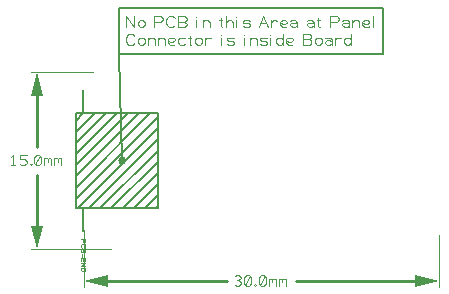
<source format=gbr>
G04 GENERATED BY PULSONIX 7.0 GERBER.DLL 4573*
%INI2C_TO_USB_BRIDGE_V1_0_2*%
%LNGERBER_DOCUMENTATION*%
%FSLAX33Y33*%
%IPPOS*%
%LPD*%
%OFA0B0*%
%MOMM*%
%ADD10C,0.051*%
%ADD15C,0.125*%
%ADD17C,0.200*%
%ADD146C,0.250*%
%ADD394C,0.001*%
%ADD1154C,0.050*%
X0Y0D02*
D02*
D10*
X114577Y119274D02*
X114935Y119274D01*
Y119065*
X114905Y119005*
X114846Y118975*
X114786Y119005*
X114756Y119065*
Y119274*
X114636Y118564D02*
X114606Y118593D01*
X114577Y118653*
Y118743*
X114606Y118803*
X114636Y118833*
X114696Y118862*
X114816*
X114875Y118833*
X114905Y118803*
X114935Y118743*
Y118653*
X114905Y118593*
X114875Y118564*
X114756Y118242D02*
X114726Y118182D01*
X114666Y118152*
X114606Y118182*
X114577Y118242*
Y118451*
X114935*
Y118242*
X114905Y118182*
X114846Y118152*
X114786Y118182*
X114756Y118242*
Y118451*
X114696Y118039D02*
X114696Y117800D01*
X114577Y117694D02*
X114935Y117694D01*
Y117395*
X114756Y117455D02*
X114756Y117694D01*
X114577D02*
X114577Y117395D01*
Y117283D02*
X114935Y117283D01*
X114577Y116984*
X114935*
X114577Y116871D02*
X114935Y116871D01*
Y116692*
X114905Y116632*
X114875Y116602*
X114816Y116572*
X114696*
X114636Y116602*
X114606Y116632*
X114577Y116692*
Y116871*
D02*
D15*
X108681Y125523D02*
X108976Y125523D01*
X108829D02*
X108829Y126405D01*
X108681Y126258*
X109384Y125597D02*
X109531Y125523D01*
X109752*
X109899Y125597*
X109973Y125744*
Y125817*
X109899Y125964*
X109752Y126038*
X109384*
Y126405*
X109973*
X110308Y125523D02*
X110381Y125597D01*
X110308Y125670*
X110234Y125597*
X110308Y125523*
X110695Y125597D02*
X110842Y125523D01*
X110990*
X111137Y125597*
X111210Y125744*
Y126185*
X111137Y126332*
X110990Y126405*
X110842*
X110695Y126332*
X110622Y126185*
Y125744*
X110695Y125597*
X111137Y126332*
X111472Y125523D02*
X111472Y126111D01*
Y126038D02*
X111545Y126111D01*
X111692*
X111766Y126038*
Y125817*
Y126038D02*
X111840Y126111D01*
X111987*
X112060Y126038*
Y125523*
X112322D02*
X112322Y126111D01*
Y126038D02*
X112395Y126111D01*
X112542*
X112616Y126038*
Y125817*
Y126038D02*
X112690Y126111D01*
X112837*
X112910Y126038*
Y125523*
X118353Y137248D02*
X118353Y138130D01*
X119088Y137248*
Y138130*
X119366Y137469D02*
X119439Y137322D01*
X119586Y137248*
X119733*
X119880Y137322*
X119954Y137469*
Y137616*
X119880Y137763*
X119733Y137836*
X119586*
X119439Y137763*
X119366Y137616*
Y137469*
X120753Y137248D02*
X120753Y138130D01*
X121268*
X121415Y138057*
X121488Y137910*
X121415Y137763*
X121268Y137689*
X120753*
X122501Y137395D02*
X122427Y137322D01*
X122280Y137248*
X122060*
X121913Y137322*
X121839Y137395*
X121766Y137542*
Y137836*
X121839Y137983*
X121913Y138057*
X122060Y138130*
X122280*
X122427Y138057*
X122501Y137983*
X123293Y137689D02*
X123440Y137616D01*
X123513Y137469*
X123440Y137322*
X123293Y137248*
X122778*
Y138130*
X123293*
X123440Y138057*
X123513Y137910*
X123440Y137763*
X123293Y137689*
X122778*
X124328Y137248D02*
X124328Y137836D01*
Y138057D02*
X124329Y138058D01*
X124866Y137248D02*
X124866Y137836D01*
Y137616D02*
X124939Y137763D01*
X125086Y137836*
X125233*
X125380Y137763*
X125454Y137616*
Y137248*
X126253Y137836D02*
X126547Y137836D01*
X126400Y137983D02*
X126400Y137322D01*
X126474Y137248*
X126547*
X126621Y137322*
X126878Y137248D02*
X126878Y138130D01*
Y137616D02*
X126952Y137763D01*
X127099Y137836*
X127246*
X127393Y137763*
X127466Y137616*
Y137248*
X127728D02*
X127728Y137836D01*
Y138057D02*
X127729Y138058D01*
X128266Y137322D02*
X128413Y137248D01*
X128707*
X128854Y137322*
Y137469*
X128707Y137542*
X128413*
X128266Y137616*
Y137763*
X128413Y137836*
X128707*
X128854Y137763*
X129653Y137248D02*
X130021Y138130D01*
X130388Y137248*
X129800Y137616D02*
X130241Y137616D01*
X130666Y137248D02*
X130666Y137836D01*
Y137616D02*
X130739Y137763D01*
X130886Y137836*
X131033*
X131180Y137763*
X132029Y137322D02*
X131955Y137248D01*
X131808*
X131661*
X131514Y137322*
X131441Y137469*
Y137689*
X131514Y137763*
X131661Y137836*
X131808*
X131955Y137763*
X132029Y137689*
Y137616*
X131955Y137542*
X131808Y137469*
X131661*
X131514Y137542*
X131441Y137616*
X132291Y137763D02*
X132438Y137836D01*
X132658*
X132805Y137763*
X132879Y137616*
Y137395*
X132805Y137322*
X132658Y137248*
X132511*
X132364Y137322*
X132291Y137395*
Y137469*
X132364Y137542*
X132511Y137616*
X132658*
X132805Y137542*
X132879Y137469*
Y137395D02*
X132879Y137248D01*
X133678Y137763D02*
X133825Y137836D01*
X134046*
X134193Y137763*
X134266Y137616*
Y137395*
X134193Y137322*
X134046Y137248*
X133899*
X133752Y137322*
X133678Y137395*
Y137469*
X133752Y137542*
X133899Y137616*
X134046*
X134193Y137542*
X134266Y137469*
Y137395D02*
X134266Y137248D01*
X134528Y137836D02*
X134822Y137836D01*
X134675Y137983D02*
X134675Y137322D01*
X134749Y137248*
X134822*
X134896Y137322*
X135691Y137248D02*
X135691Y138130D01*
X136205*
X136352Y138057*
X136426Y137910*
X136352Y137763*
X136205Y137689*
X135691*
X136703Y137763D02*
X136850Y137836D01*
X137071*
X137218Y137763*
X137291Y137616*
Y137395*
X137218Y137322*
X137071Y137248*
X136924*
X136777Y137322*
X136703Y137395*
Y137469*
X136777Y137542*
X136924Y137616*
X137071*
X137218Y137542*
X137291Y137469*
Y137395D02*
X137291Y137248D01*
X137553D02*
X137553Y137836D01*
Y137616D02*
X137627Y137763D01*
X137774Y137836*
X137921*
X138068Y137763*
X138141Y137616*
Y137248*
X138991Y137322D02*
X138918Y137248D01*
X138771*
X138624*
X138477Y137322*
X138403Y137469*
Y137689*
X138477Y137763*
X138624Y137836*
X138771*
X138918Y137763*
X138991Y137689*
Y137616*
X138918Y137542*
X138771Y137469*
X138624*
X138477Y137542*
X138403Y137616*
X139327Y137248D02*
X139253Y137248D01*
Y138130*
X119088Y135895D02*
X119015Y135822D01*
X118868Y135748*
X118647*
X118500Y135822*
X118427Y135895*
X118353Y136042*
Y136336*
X118427Y136483*
X118500Y136557*
X118647Y136630*
X118868*
X119015Y136557*
X119088Y136483*
X119366Y135969D02*
X119439Y135822D01*
X119586Y135748*
X119733*
X119880Y135822*
X119954Y135969*
Y136116*
X119880Y136263*
X119733Y136336*
X119586*
X119439Y136263*
X119366Y136116*
Y135969*
X120216Y135748D02*
X120216Y136336D01*
Y136116D02*
X120289Y136263D01*
X120436Y136336*
X120583*
X120730Y136263*
X120804Y136116*
Y135748*
X121066D02*
X121066Y136336D01*
Y136116D02*
X121139Y136263D01*
X121286Y136336*
X121433*
X121580Y136263*
X121654Y136116*
Y135748*
X122504Y135822D02*
X122430Y135748D01*
X122283*
X122136*
X121989Y135822*
X121916Y135969*
Y136189*
X121989Y136263*
X122136Y136336*
X122283*
X122430Y136263*
X122504Y136189*
Y136116*
X122430Y136042*
X122283Y135969*
X122136*
X121989Y136042*
X121916Y136116*
X123354Y136263D02*
X123207Y136336D01*
X122986*
X122839Y136263*
X122766Y136116*
Y135969*
X122839Y135822*
X122986Y135748*
X123207*
X123354Y135822*
X123616Y136336D02*
X123910Y136336D01*
X123763Y136483D02*
X123763Y135822D01*
X123836Y135748*
X123910*
X123983Y135822*
X124241Y135969D02*
X124314Y135822D01*
X124461Y135748*
X124608*
X124755Y135822*
X124829Y135969*
Y136116*
X124755Y136263*
X124608Y136336*
X124461*
X124314Y136263*
X124241Y136116*
Y135969*
X125091Y135748D02*
X125091Y136336D01*
Y136116D02*
X125164Y136263D01*
X125311Y136336*
X125458*
X125605Y136263*
X126403Y135748D02*
X126403Y136336D01*
Y136557D02*
X126404Y136558D01*
X126941Y135822D02*
X127088Y135748D01*
X127382*
X127529Y135822*
Y135969*
X127382Y136042*
X127088*
X126941Y136116*
Y136263*
X127088Y136336*
X127382*
X127529Y136263*
X128328Y135748D02*
X128328Y136336D01*
Y136557D02*
X128329Y136558D01*
X128866Y135748D02*
X128866Y136336D01*
Y136116D02*
X128939Y136263D01*
X129086Y136336*
X129233*
X129380Y136263*
X129454Y136116*
Y135748*
X129716Y135822D02*
X129863Y135748D01*
X130157*
X130304Y135822*
Y135969*
X130157Y136042*
X129863*
X129716Y136116*
Y136263*
X129863Y136336*
X130157*
X130304Y136263*
X130566Y135748D02*
X130566Y136336D01*
Y136557D02*
X130567Y136558D01*
X131691Y136116D02*
X131618Y136263D01*
X131471Y136336*
X131324*
X131177Y136263*
X131103Y136116*
Y135969*
X131177Y135822*
X131324Y135748*
X131471*
X131618Y135822*
X131691Y135969*
Y135748D02*
X131691Y136630D01*
X132541Y135822D02*
X132468Y135748D01*
X132321*
X132174*
X132027Y135822*
X131953Y135969*
Y136189*
X132027Y136263*
X132174Y136336*
X132321*
X132468Y136263*
X132541Y136189*
Y136116*
X132468Y136042*
X132321Y135969*
X132174*
X132027Y136042*
X131953Y136116*
X133855Y136189D02*
X134002Y136116D01*
X134076Y135969*
X134002Y135822*
X133855Y135748*
X133341*
Y136630*
X133855*
X134002Y136557*
X134076Y136410*
X134002Y136263*
X133855Y136189*
X133341*
X134353Y135969D02*
X134427Y135822D01*
X134574Y135748*
X134721*
X134868Y135822*
X134941Y135969*
Y136116*
X134868Y136263*
X134721Y136336*
X134574*
X134427Y136263*
X134353Y136116*
Y135969*
X135203Y136263D02*
X135350Y136336D01*
X135571*
X135718Y136263*
X135791Y136116*
Y135895*
X135718Y135822*
X135571Y135748*
X135424*
X135277Y135822*
X135203Y135895*
Y135969*
X135277Y136042*
X135424Y136116*
X135571*
X135718Y136042*
X135791Y135969*
Y135895D02*
X135791Y135748D01*
X136053D02*
X136053Y136336D01*
Y136116D02*
X136127Y136263D01*
X136274Y136336*
X136421*
X136568Y136263*
X137416Y136116D02*
X137343Y136263D01*
X137196Y136336*
X137049*
X136902Y136263*
X136828Y136116*
Y135969*
X136902Y135822*
X137049Y135748*
X137196*
X137343Y135822*
X137416Y135969*
Y135748D02*
X137416Y136630D01*
X127608Y115417D02*
X127755Y115343D01*
X127902*
X128049Y115417*
X128123Y115564*
X128049Y115711*
X127902Y115784*
X127755*
X127902D02*
X128049Y115858D01*
X128123Y116005*
X128049Y116152*
X127902Y116225*
X127755*
X127608Y116152*
X128458Y115417D02*
X128605Y115343D01*
X128752*
X128899Y115417*
X128973Y115564*
Y116005*
X128899Y116152*
X128752Y116225*
X128605*
X128458Y116152*
X128384Y116005*
Y115564*
X128458Y115417*
X128899Y116152*
X129308Y115343D02*
X129381Y115417D01*
X129308Y115490*
X129234Y115417*
X129308Y115343*
X129695Y115417D02*
X129842Y115343D01*
X129990*
X130137Y115417*
X130210Y115564*
Y116005*
X130137Y116152*
X129990Y116225*
X129842*
X129695Y116152*
X129622Y116005*
Y115564*
X129695Y115417*
X130137Y116152*
X130472Y115343D02*
X130472Y115931D01*
Y115858D02*
X130545Y115931D01*
X130692*
X130766Y115858*
Y115637*
Y115858D02*
X130840Y115931D01*
X130987*
X131060Y115858*
Y115343*
X131322D02*
X131322Y115931D01*
Y115858D02*
X131395Y115931D01*
X131542*
X131616Y115858*
Y115637*
Y115858D02*
X131690Y115931D01*
X131837*
X131910Y115858*
Y115343*
D02*
D17*
X114153Y129928D02*
X121053D01*
Y121928*
X114153*
Y129928*
X120922Y121928D02*
X121053Y122058D01*
X119979Y121928D02*
X121053Y123001D01*
X119037Y121928D02*
X121053Y123944D01*
X118094Y121928D02*
X121053Y124887D01*
X117151Y121928D02*
X121053Y125830D01*
X116208Y121928D02*
X121053Y126773D01*
X115265Y121928D02*
X121053Y127715D01*
X114322Y121928D02*
X121053Y128658D01*
X114153Y122701D02*
X121053Y129601D01*
X114153Y123644D02*
X120437Y129928D01*
X114153Y124587D02*
X119494Y129928D01*
X114153Y125529D02*
X118551Y129928D01*
X114153Y126472D02*
X117608Y129928D01*
X114153Y127415D02*
X116666Y129928D01*
X114153Y128358D02*
X115723Y129928D01*
X114153Y129301D02*
X114780Y129928D01*
X114753Y131928D02*
Y129977D01*
X121053*
Y121878*
X114753*
Y119928*
X117791Y138840D02*
Y134965D01*
X140128*
Y138840*
X117791*
X117803Y125928D02*
G75*
G03X118303I250D01*
G01*
G75*
G03X117803I-250*
G01*
G36*
G75*
G03X118303I250*
G01*
G75*
G03X117803I-250*
G01*
G37*
X118053D02*
X117791Y134965D01*
D02*
D146*
X110853Y119428D02*
Y124740D01*
Y127115D02*
Y132428D01*
X115853Y115748D02*
X126972D01*
X132734D02*
X143853D01*
D02*
D394*
X110853Y118428D02*
G36*
X110353Y120428D01*
X111353*
X110853Y118428*
G37*
Y133428D02*
G36*
X111353Y131428D01*
X110353*
X110853Y133428*
G37*
X114853Y115748D02*
G36*
X116853Y116248D01*
Y115248*
X114853Y115748*
G37*
X144853D02*
G36*
X142853Y115248D01*
Y116248*
X144853Y115748*
G37*
D02*
D1154*
X114853Y120058D02*
Y115248D01*
X115583Y133428D02*
X110353D01*
X117103Y118428D02*
X110353D01*
X144853Y119598D02*
Y115248D01*
X0Y0D02*
M02*

</source>
